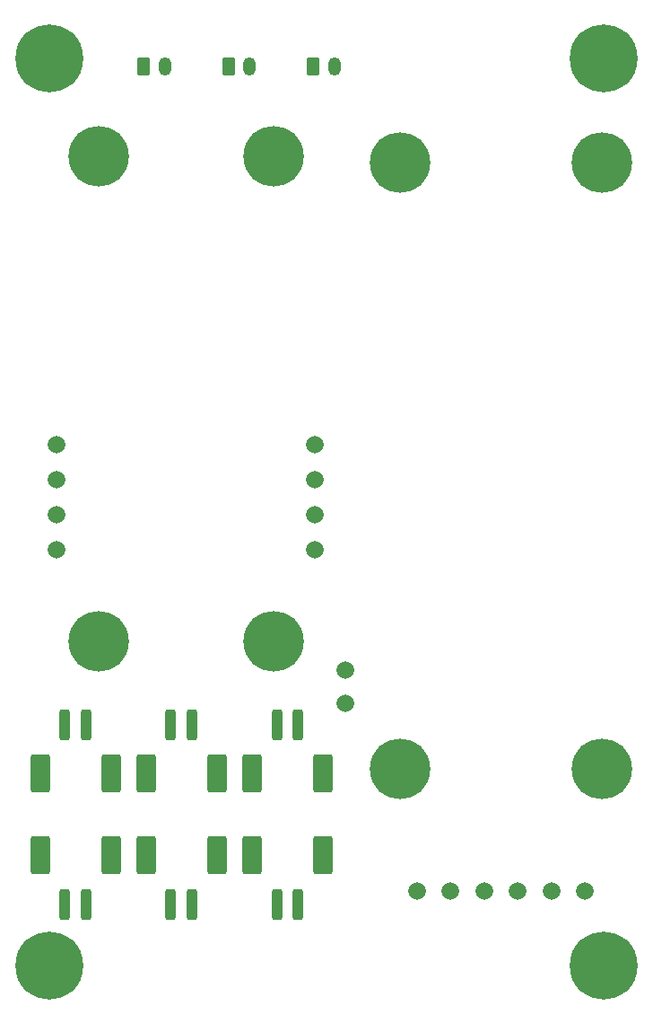
<source format=gbr>
%TF.GenerationSoftware,KiCad,Pcbnew,6.0.2*%
%TF.CreationDate,2022-02-14T22:33:10-06:00*%
%TF.ProjectId,ALTIMETER_HOLDER,414c5449-4d45-4544-9552-5f484f4c4445,rev?*%
%TF.SameCoordinates,Original*%
%TF.FileFunction,Soldermask,Top*%
%TF.FilePolarity,Negative*%
%FSLAX46Y46*%
G04 Gerber Fmt 4.6, Leading zero omitted, Abs format (unit mm)*
G04 Created by KiCad (PCBNEW 6.0.2) date 2022-02-14 22:33:10*
%MOMM*%
%LPD*%
G01*
G04 APERTURE LIST*
G04 Aperture macros list*
%AMRoundRect*
0 Rectangle with rounded corners*
0 $1 Rounding radius*
0 $2 $3 $4 $5 $6 $7 $8 $9 X,Y pos of 4 corners*
0 Add a 4 corners polygon primitive as box body*
4,1,4,$2,$3,$4,$5,$6,$7,$8,$9,$2,$3,0*
0 Add four circle primitives for the rounded corners*
1,1,$1+$1,$2,$3*
1,1,$1+$1,$4,$5*
1,1,$1+$1,$6,$7*
1,1,$1+$1,$8,$9*
0 Add four rect primitives between the rounded corners*
20,1,$1+$1,$2,$3,$4,$5,0*
20,1,$1+$1,$4,$5,$6,$7,0*
20,1,$1+$1,$6,$7,$8,$9,0*
20,1,$1+$1,$8,$9,$2,$3,0*%
G04 Aperture macros list end*
%ADD10RoundRect,0.250000X0.250000X1.200000X-0.250000X1.200000X-0.250000X-1.200000X0.250000X-1.200000X0*%
%ADD11RoundRect,0.250000X0.650000X1.550000X-0.650000X1.550000X-0.650000X-1.550000X0.650000X-1.550000X0*%
%ADD12RoundRect,0.250000X-0.350000X-0.625000X0.350000X-0.625000X0.350000X0.625000X-0.350000X0.625000X0*%
%ADD13O,1.200000X1.750000*%
%ADD14C,0.800000*%
%ADD15C,6.400000*%
%ADD16C,1.660000*%
%ADD17C,5.700000*%
%ADD18C,3.600000*%
%ADD19RoundRect,0.250000X-0.250000X-1.200000X0.250000X-1.200000X0.250000X1.200000X-0.250000X1.200000X0*%
%ADD20RoundRect,0.250000X-0.650000X-1.550000X0.650000X-1.550000X0.650000X1.550000X-0.650000X1.550000X0*%
G04 APERTURE END LIST*
D10*
%TO.C,J4*%
X6950000Y-66275000D03*
X4950000Y-66275000D03*
D11*
X2600000Y-70925000D03*
X9300000Y-70925000D03*
%TD*%
D10*
%TO.C,J6*%
X26950000Y-66275000D03*
X24950000Y-66275000D03*
D11*
X29300000Y-70925000D03*
X22600000Y-70925000D03*
%TD*%
D12*
%TO.C,J3*%
X28400000Y-4250000D03*
D13*
X30400000Y-4250000D03*
%TD*%
D14*
%TO.C,REF\u002A\u002A*%
X58190000Y-3500000D03*
D15*
X55790000Y-3500000D03*
D14*
X57487056Y-1802944D03*
X55790000Y-1100000D03*
X53390000Y-3500000D03*
X54092944Y-1802944D03*
X57487056Y-5197056D03*
X55790000Y-5900000D03*
X54092944Y-5197056D03*
%TD*%
D16*
%TO.C,A2*%
X4162000Y-39918000D03*
X4162000Y-43220000D03*
X4162000Y-46522000D03*
X4162000Y-49824000D03*
X28538000Y-39918000D03*
X28538000Y-43220000D03*
X28538000Y-46522000D03*
X28538000Y-49824000D03*
D17*
X8095000Y-12740000D03*
D18*
X24605000Y-12740000D03*
D17*
X24605000Y-12740000D03*
D18*
X8095000Y-58460000D03*
D17*
X24605000Y-58460000D03*
D18*
X24605000Y-58460000D03*
D17*
X8095000Y-58460000D03*
D18*
X8095000Y-12740000D03*
%TD*%
D12*
%TO.C,J1*%
X12400000Y-4250000D03*
D13*
X14400000Y-4250000D03*
%TD*%
D10*
%TO.C,J5*%
X16950000Y-66275000D03*
X14950000Y-66275000D03*
D11*
X12600000Y-70925000D03*
X19300000Y-70925000D03*
%TD*%
D12*
%TO.C,J2*%
X20400000Y-4250000D03*
D13*
X22400000Y-4250000D03*
%TD*%
D14*
%TO.C,REF\u002A\u002A*%
X3500000Y-5900000D03*
X5197056Y-5197056D03*
X5197056Y-1802944D03*
X1802944Y-1802944D03*
D15*
X3500000Y-3500000D03*
D14*
X5900000Y-3500000D03*
X1802944Y-5197056D03*
X3500000Y-1100000D03*
X1100000Y-3500000D03*
%TD*%
D19*
%TO.C,J9*%
X24950000Y-83275000D03*
X26950000Y-83275000D03*
D20*
X22600000Y-78625000D03*
X29300000Y-78625000D03*
%TD*%
D19*
%TO.C,J8*%
X14950000Y-83275000D03*
X16950000Y-83275000D03*
D20*
X19300000Y-78625000D03*
X12600000Y-78625000D03*
%TD*%
D19*
%TO.C,J7*%
X4950000Y-83275000D03*
X6950000Y-83275000D03*
D20*
X9300000Y-78625000D03*
X2600000Y-78625000D03*
%TD*%
D16*
%TO.C,A1*%
X31400000Y-61140900D03*
X31400000Y-64315900D03*
X38162500Y-81975000D03*
X41337500Y-81975000D03*
X44512500Y-81975000D03*
X47687500Y-81975000D03*
X50862500Y-81975000D03*
X54037500Y-81975000D03*
D17*
X36575000Y-70475400D03*
D18*
X36575000Y-70475400D03*
D17*
X36575000Y-13325400D03*
D18*
X55625000Y-13325400D03*
X55625000Y-70475400D03*
D17*
X55625000Y-13325400D03*
D18*
X36575000Y-13325400D03*
D17*
X55625000Y-70475400D03*
%TD*%
D14*
%TO.C,REF\u002A\u002A*%
X1792944Y-87312944D03*
X5890000Y-89010000D03*
X1792944Y-90707056D03*
X3490000Y-91410000D03*
X1090000Y-89010000D03*
X5187056Y-87312944D03*
X5187056Y-90707056D03*
X3490000Y-86610000D03*
D15*
X3490000Y-89010000D03*
%TD*%
D14*
%TO.C,REF\u002A\u002A*%
X54092944Y-87302944D03*
X58190000Y-89000000D03*
X53390000Y-89000000D03*
X57487056Y-87302944D03*
D15*
X55790000Y-89000000D03*
D14*
X54092944Y-90697056D03*
X57487056Y-90697056D03*
X55790000Y-91400000D03*
X55790000Y-86600000D03*
%TD*%
M02*

</source>
